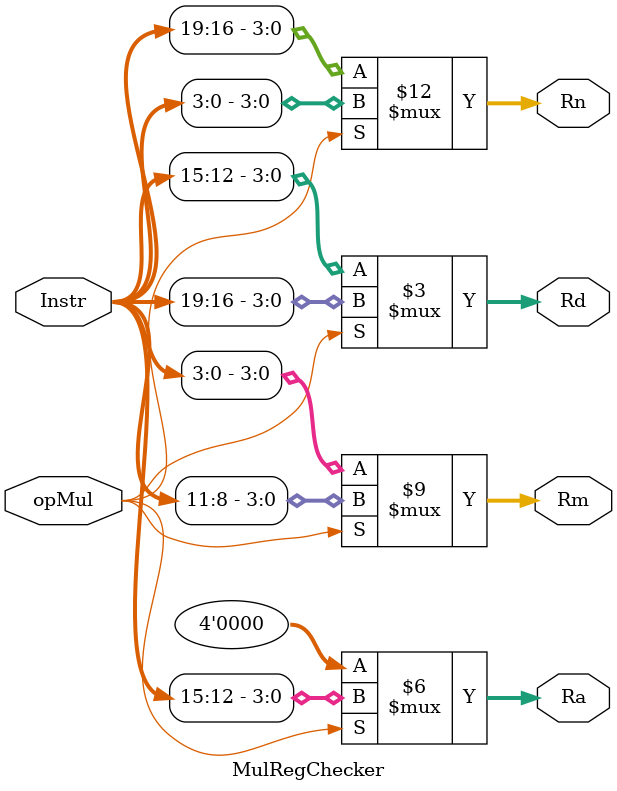
<source format=v>
module MulRegChecker(
    input wire [31:0] Instr,
    input wire opMul,
    output reg [3:0] Rn,
    output reg [3:0] Rm,
    output reg [3:0] Ra,//para el mul esto es 0000   
    output reg [3:0] Rd
);
    
    always @(*)
        if (opMul) begin
            Rn = Instr[3:0];
            Rm = Instr[11:8];
            Ra = Instr[15:12];//MUL cable suelto
            Rd = Instr[19:16];
        end else begin
            Rn = Instr[19:16];
            Rm = Instr[3:0];
            Ra = 4'b0000;//cable suelto
            Rd = Instr[15:12];
            
        end   
    
endmodule

</source>
